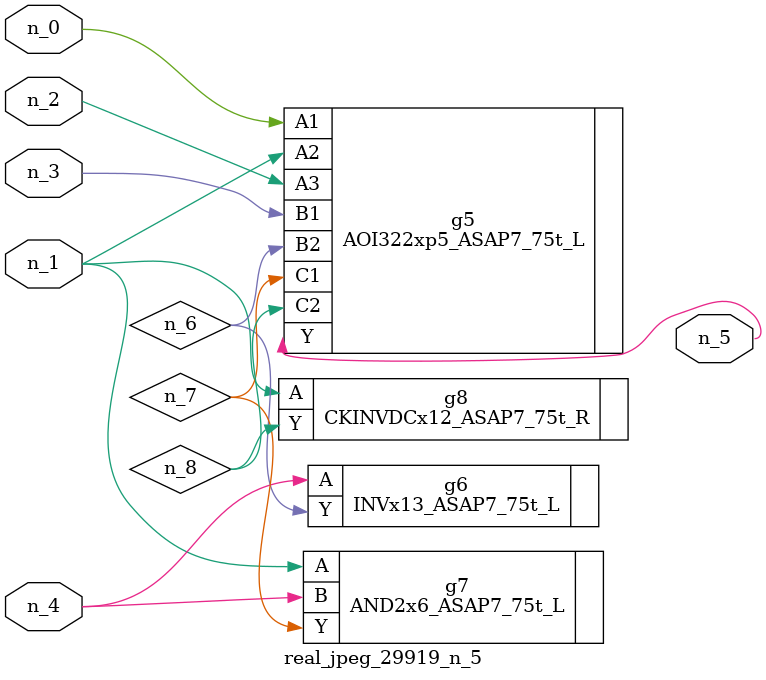
<source format=v>
module real_jpeg_29919_n_5 (n_4, n_0, n_1, n_2, n_3, n_5);

input n_4;
input n_0;
input n_1;
input n_2;
input n_3;

output n_5;

wire n_8;
wire n_6;
wire n_7;

AOI322xp5_ASAP7_75t_L g5 ( 
.A1(n_0),
.A2(n_1),
.A3(n_2),
.B1(n_3),
.B2(n_6),
.C1(n_7),
.C2(n_8),
.Y(n_5)
);

AND2x6_ASAP7_75t_L g7 ( 
.A(n_1),
.B(n_4),
.Y(n_7)
);

CKINVDCx12_ASAP7_75t_R g8 ( 
.A(n_1),
.Y(n_8)
);

INVx13_ASAP7_75t_L g6 ( 
.A(n_4),
.Y(n_6)
);


endmodule
</source>
